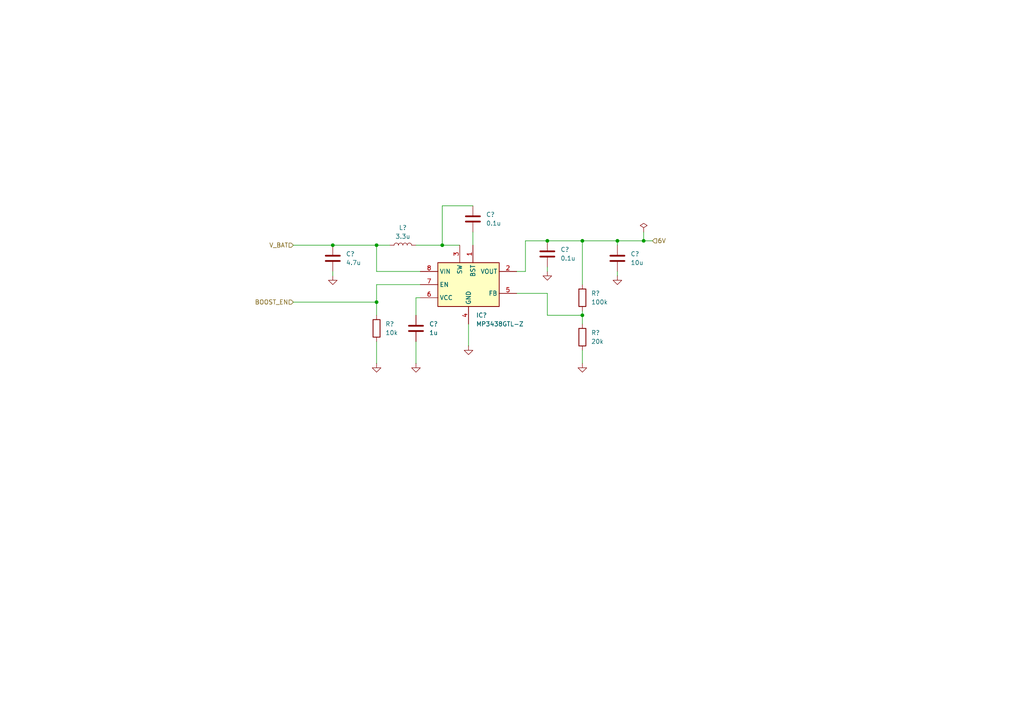
<source format=kicad_sch>
(kicad_sch
	(version 20250114)
	(generator "eeschema")
	(generator_version "9.0")
	(uuid "2f6b8057-7deb-4d9e-b914-ae511df7a362")
	(paper "A4")
	(lib_symbols
		(symbol "Device:C"
			(pin_numbers
				(hide yes)
			)
			(pin_names
				(offset 0.254)
			)
			(exclude_from_sim no)
			(in_bom yes)
			(on_board yes)
			(property "Reference" "C"
				(at 0.635 2.54 0)
				(effects
					(font
						(size 1.27 1.27)
					)
					(justify left)
				)
			)
			(property "Value" "C"
				(at 0.635 -2.54 0)
				(effects
					(font
						(size 1.27 1.27)
					)
					(justify left)
				)
			)
			(property "Footprint" ""
				(at 0.9652 -3.81 0)
				(effects
					(font
						(size 1.27 1.27)
					)
					(hide yes)
				)
			)
			(property "Datasheet" "~"
				(at 0 0 0)
				(effects
					(font
						(size 1.27 1.27)
					)
					(hide yes)
				)
			)
			(property "Description" "Unpolarized capacitor"
				(at 0 0 0)
				(effects
					(font
						(size 1.27 1.27)
					)
					(hide yes)
				)
			)
			(property "ki_keywords" "cap capacitor"
				(at 0 0 0)
				(effects
					(font
						(size 1.27 1.27)
					)
					(hide yes)
				)
			)
			(property "ki_fp_filters" "C_*"
				(at 0 0 0)
				(effects
					(font
						(size 1.27 1.27)
					)
					(hide yes)
				)
			)
			(symbol "C_0_1"
				(polyline
					(pts
						(xy -2.032 0.762) (xy 2.032 0.762)
					)
					(stroke
						(width 0.508)
						(type default)
					)
					(fill
						(type none)
					)
				)
				(polyline
					(pts
						(xy -2.032 -0.762) (xy 2.032 -0.762)
					)
					(stroke
						(width 0.508)
						(type default)
					)
					(fill
						(type none)
					)
				)
			)
			(symbol "C_1_1"
				(pin passive line
					(at 0 3.81 270)
					(length 2.794)
					(name "~"
						(effects
							(font
								(size 1.27 1.27)
							)
						)
					)
					(number "1"
						(effects
							(font
								(size 1.27 1.27)
							)
						)
					)
				)
				(pin passive line
					(at 0 -3.81 90)
					(length 2.794)
					(name "~"
						(effects
							(font
								(size 1.27 1.27)
							)
						)
					)
					(number "2"
						(effects
							(font
								(size 1.27 1.27)
							)
						)
					)
				)
			)
			(embedded_fonts no)
		)
		(symbol "Device:L"
			(pin_numbers
				(hide yes)
			)
			(pin_names
				(offset 1.016)
				(hide yes)
			)
			(exclude_from_sim no)
			(in_bom yes)
			(on_board yes)
			(property "Reference" "L"
				(at -1.27 0 90)
				(effects
					(font
						(size 1.27 1.27)
					)
				)
			)
			(property "Value" "L"
				(at 1.905 0 90)
				(effects
					(font
						(size 1.27 1.27)
					)
				)
			)
			(property "Footprint" ""
				(at 0 0 0)
				(effects
					(font
						(size 1.27 1.27)
					)
					(hide yes)
				)
			)
			(property "Datasheet" "~"
				(at 0 0 0)
				(effects
					(font
						(size 1.27 1.27)
					)
					(hide yes)
				)
			)
			(property "Description" "Inductor"
				(at 0 0 0)
				(effects
					(font
						(size 1.27 1.27)
					)
					(hide yes)
				)
			)
			(property "ki_keywords" "inductor choke coil reactor magnetic"
				(at 0 0 0)
				(effects
					(font
						(size 1.27 1.27)
					)
					(hide yes)
				)
			)
			(property "ki_fp_filters" "Choke_* *Coil* Inductor_* L_*"
				(at 0 0 0)
				(effects
					(font
						(size 1.27 1.27)
					)
					(hide yes)
				)
			)
			(symbol "L_0_1"
				(arc
					(start 0 2.54)
					(mid 0.6323 1.905)
					(end 0 1.27)
					(stroke
						(width 0)
						(type default)
					)
					(fill
						(type none)
					)
				)
				(arc
					(start 0 1.27)
					(mid 0.6323 0.635)
					(end 0 0)
					(stroke
						(width 0)
						(type default)
					)
					(fill
						(type none)
					)
				)
				(arc
					(start 0 0)
					(mid 0.6323 -0.635)
					(end 0 -1.27)
					(stroke
						(width 0)
						(type default)
					)
					(fill
						(type none)
					)
				)
				(arc
					(start 0 -1.27)
					(mid 0.6323 -1.905)
					(end 0 -2.54)
					(stroke
						(width 0)
						(type default)
					)
					(fill
						(type none)
					)
				)
			)
			(symbol "L_1_1"
				(pin passive line
					(at 0 3.81 270)
					(length 1.27)
					(name "1"
						(effects
							(font
								(size 1.27 1.27)
							)
						)
					)
					(number "1"
						(effects
							(font
								(size 1.27 1.27)
							)
						)
					)
				)
				(pin passive line
					(at 0 -3.81 90)
					(length 1.27)
					(name "2"
						(effects
							(font
								(size 1.27 1.27)
							)
						)
					)
					(number "2"
						(effects
							(font
								(size 1.27 1.27)
							)
						)
					)
				)
			)
			(embedded_fonts no)
		)
		(symbol "Device:R"
			(pin_numbers
				(hide yes)
			)
			(pin_names
				(offset 0)
			)
			(exclude_from_sim no)
			(in_bom yes)
			(on_board yes)
			(property "Reference" "R"
				(at 2.032 0 90)
				(effects
					(font
						(size 1.27 1.27)
					)
				)
			)
			(property "Value" "R"
				(at 0 0 90)
				(effects
					(font
						(size 1.27 1.27)
					)
				)
			)
			(property "Footprint" ""
				(at -1.778 0 90)
				(effects
					(font
						(size 1.27 1.27)
					)
					(hide yes)
				)
			)
			(property "Datasheet" "~"
				(at 0 0 0)
				(effects
					(font
						(size 1.27 1.27)
					)
					(hide yes)
				)
			)
			(property "Description" "Resistor"
				(at 0 0 0)
				(effects
					(font
						(size 1.27 1.27)
					)
					(hide yes)
				)
			)
			(property "ki_keywords" "R res resistor"
				(at 0 0 0)
				(effects
					(font
						(size 1.27 1.27)
					)
					(hide yes)
				)
			)
			(property "ki_fp_filters" "R_*"
				(at 0 0 0)
				(effects
					(font
						(size 1.27 1.27)
					)
					(hide yes)
				)
			)
			(symbol "R_0_1"
				(rectangle
					(start -1.016 -2.54)
					(end 1.016 2.54)
					(stroke
						(width 0.254)
						(type default)
					)
					(fill
						(type none)
					)
				)
			)
			(symbol "R_1_1"
				(pin passive line
					(at 0 3.81 270)
					(length 1.27)
					(name "~"
						(effects
							(font
								(size 1.27 1.27)
							)
						)
					)
					(number "1"
						(effects
							(font
								(size 1.27 1.27)
							)
						)
					)
				)
				(pin passive line
					(at 0 -3.81 90)
					(length 1.27)
					(name "~"
						(effects
							(font
								(size 1.27 1.27)
							)
						)
					)
					(number "2"
						(effects
							(font
								(size 1.27 1.27)
							)
						)
					)
				)
			)
			(embedded_fonts no)
		)
		(symbol "Smart_helmet:MP3438GTL-Z"
			(exclude_from_sim no)
			(in_bom yes)
			(on_board yes)
			(property "Reference" "IC"
				(at 24.13 7.62 0)
				(effects
					(font
						(size 1.27 1.27)
					)
					(justify left top)
				)
			)
			(property "Value" "MP3438GTL-Z"
				(at 24.13 5.08 0)
				(effects
					(font
						(size 1.27 1.27)
					)
					(justify left top)
				)
			)
			(property "Footprint" "SOTFL50P160X60-8N"
				(at 24.13 -94.92 0)
				(effects
					(font
						(size 1.27 1.27)
					)
					(justify left top)
					(hide yes)
				)
			)
			(property "Datasheet" "https://www.monolithicpower.com/en/documentview/productdocument/index/version/2/document_type/Datasheet/lang/en/sku/MP3438GTL/"
				(at 24.13 -194.92 0)
				(effects
					(font
						(size 1.27 1.27)
					)
					(justify left top)
					(hide yes)
				)
			)
			(property "Description" "Switching Voltage Regulators 2A, 16V, High Efficiency Fully-Integrated Synchronous Boost Converter"
				(at 0 0 0)
				(effects
					(font
						(size 1.27 1.27)
					)
					(hide yes)
				)
			)
			(property "Height" "0.6"
				(at 24.13 -394.92 0)
				(effects
					(font
						(size 1.27 1.27)
					)
					(justify left top)
					(hide yes)
				)
			)
			(property "Mouser Part Number" "946-MP3438GTL-Z"
				(at 24.13 -494.92 0)
				(effects
					(font
						(size 1.27 1.27)
					)
					(justify left top)
					(hide yes)
				)
			)
			(property "Mouser Price/Stock" "https://www.mouser.co.uk/ProductDetail/Monolithic-Power-Systems-MPS/MP3438GTL-Z?qs=tlsG%2FOw5FFjfFO8TaWv5UA%3D%3D"
				(at 24.13 -594.92 0)
				(effects
					(font
						(size 1.27 1.27)
					)
					(justify left top)
					(hide yes)
				)
			)
			(property "Manufacturer_Name" "Monolithic Power Systems (MPS)"
				(at 24.13 -694.92 0)
				(effects
					(font
						(size 1.27 1.27)
					)
					(justify left top)
					(hide yes)
				)
			)
			(property "Manufacturer_Part_Number" "MP3438GTL-Z"
				(at 24.13 -794.92 0)
				(effects
					(font
						(size 1.27 1.27)
					)
					(justify left top)
					(hide yes)
				)
			)
			(symbol "MP3438GTL-Z_1_1"
				(rectangle
					(start 5.08 2.54)
					(end 22.86 -10.16)
					(stroke
						(width 0.254)
						(type default)
					)
					(fill
						(type background)
					)
				)
				(pin passive line
					(at 0 0 0)
					(length 5.08)
					(name "VIN"
						(effects
							(font
								(size 1.27 1.27)
							)
						)
					)
					(number "8"
						(effects
							(font
								(size 1.27 1.27)
							)
						)
					)
				)
				(pin passive line
					(at 0 -3.81 0)
					(length 5.08)
					(name "EN"
						(effects
							(font
								(size 1.27 1.27)
							)
						)
					)
					(number "7"
						(effects
							(font
								(size 1.27 1.27)
							)
						)
					)
				)
				(pin passive line
					(at 0 -7.62 0)
					(length 5.08)
					(name "VCC"
						(effects
							(font
								(size 1.27 1.27)
							)
						)
					)
					(number "6"
						(effects
							(font
								(size 1.27 1.27)
							)
						)
					)
				)
				(pin passive line
					(at 11.43 7.62 270)
					(length 5.08)
					(name "SW"
						(effects
							(font
								(size 1.27 1.27)
							)
						)
					)
					(number "3"
						(effects
							(font
								(size 1.27 1.27)
							)
						)
					)
				)
				(pin passive line
					(at 13.97 -15.24 90)
					(length 5.08)
					(name "GND"
						(effects
							(font
								(size 1.27 1.27)
							)
						)
					)
					(number "4"
						(effects
							(font
								(size 1.27 1.27)
							)
						)
					)
				)
				(pin passive line
					(at 15.24 7.62 270)
					(length 5.08)
					(name "BST"
						(effects
							(font
								(size 1.27 1.27)
							)
						)
					)
					(number "1"
						(effects
							(font
								(size 1.27 1.27)
							)
						)
					)
				)
				(pin passive line
					(at 27.94 0 180)
					(length 5.08)
					(name "VOUT"
						(effects
							(font
								(size 1.27 1.27)
							)
						)
					)
					(number "2"
						(effects
							(font
								(size 1.27 1.27)
							)
						)
					)
				)
				(pin passive line
					(at 27.94 -6.35 180)
					(length 5.08)
					(name "FB"
						(effects
							(font
								(size 1.27 1.27)
							)
						)
					)
					(number "5"
						(effects
							(font
								(size 1.27 1.27)
							)
						)
					)
				)
			)
			(embedded_fonts no)
		)
		(symbol "power:GND"
			(power)
			(pin_numbers
				(hide yes)
			)
			(pin_names
				(offset 0)
				(hide yes)
			)
			(exclude_from_sim no)
			(in_bom yes)
			(on_board yes)
			(property "Reference" "#PWR"
				(at 0 -6.35 0)
				(effects
					(font
						(size 1.27 1.27)
					)
					(hide yes)
				)
			)
			(property "Value" "GND"
				(at 0 -3.81 0)
				(effects
					(font
						(size 1.27 1.27)
					)
				)
			)
			(property "Footprint" ""
				(at 0 0 0)
				(effects
					(font
						(size 1.27 1.27)
					)
					(hide yes)
				)
			)
			(property "Datasheet" ""
				(at 0 0 0)
				(effects
					(font
						(size 1.27 1.27)
					)
					(hide yes)
				)
			)
			(property "Description" "Power symbol creates a global label with name \"GND\" , ground"
				(at 0 0 0)
				(effects
					(font
						(size 1.27 1.27)
					)
					(hide yes)
				)
			)
			(property "ki_keywords" "global power"
				(at 0 0 0)
				(effects
					(font
						(size 1.27 1.27)
					)
					(hide yes)
				)
			)
			(symbol "GND_0_1"
				(polyline
					(pts
						(xy 0 0) (xy 0 -1.27) (xy 1.27 -1.27) (xy 0 -2.54) (xy -1.27 -1.27) (xy 0 -1.27)
					)
					(stroke
						(width 0)
						(type default)
					)
					(fill
						(type none)
					)
				)
			)
			(symbol "GND_1_1"
				(pin power_in line
					(at 0 0 270)
					(length 0)
					(name "~"
						(effects
							(font
								(size 1.27 1.27)
							)
						)
					)
					(number "1"
						(effects
							(font
								(size 1.27 1.27)
							)
						)
					)
				)
			)
			(embedded_fonts no)
		)
		(symbol "power:PWR_FLAG"
			(power)
			(pin_numbers
				(hide yes)
			)
			(pin_names
				(offset 0)
				(hide yes)
			)
			(exclude_from_sim no)
			(in_bom yes)
			(on_board yes)
			(property "Reference" "#FLG"
				(at 0 1.905 0)
				(effects
					(font
						(size 1.27 1.27)
					)
					(hide yes)
				)
			)
			(property "Value" "PWR_FLAG"
				(at 0 3.81 0)
				(effects
					(font
						(size 1.27 1.27)
					)
				)
			)
			(property "Footprint" ""
				(at 0 0 0)
				(effects
					(font
						(size 1.27 1.27)
					)
					(hide yes)
				)
			)
			(property "Datasheet" "~"
				(at 0 0 0)
				(effects
					(font
						(size 1.27 1.27)
					)
					(hide yes)
				)
			)
			(property "Description" "Special symbol for telling ERC where power comes from"
				(at 0 0 0)
				(effects
					(font
						(size 1.27 1.27)
					)
					(hide yes)
				)
			)
			(property "ki_keywords" "flag power"
				(at 0 0 0)
				(effects
					(font
						(size 1.27 1.27)
					)
					(hide yes)
				)
			)
			(symbol "PWR_FLAG_0_0"
				(pin power_out line
					(at 0 0 90)
					(length 0)
					(name "~"
						(effects
							(font
								(size 1.27 1.27)
							)
						)
					)
					(number "1"
						(effects
							(font
								(size 1.27 1.27)
							)
						)
					)
				)
			)
			(symbol "PWR_FLAG_0_1"
				(polyline
					(pts
						(xy 0 0) (xy 0 1.27) (xy -1.016 1.905) (xy 0 2.54) (xy 1.016 1.905) (xy 0 1.27)
					)
					(stroke
						(width 0)
						(type default)
					)
					(fill
						(type none)
					)
				)
			)
			(embedded_fonts no)
		)
	)
	(junction
		(at 168.91 69.85)
		(diameter 0)
		(color 0 0 0 0)
		(uuid "00e2fa6c-5721-4160-ac9a-1a86a8accc06")
	)
	(junction
		(at 186.69 69.85)
		(diameter 0)
		(color 0 0 0 0)
		(uuid "06aa83d9-e932-48f6-aa11-dc54b53cecf0")
	)
	(junction
		(at 96.52 71.12)
		(diameter 0)
		(color 0 0 0 0)
		(uuid "0cd6689e-9698-4717-9658-c70dd7481177")
	)
	(junction
		(at 128.27 71.12)
		(diameter 0)
		(color 0 0 0 0)
		(uuid "2bf14848-e476-4fad-9096-9de07c903f6f")
	)
	(junction
		(at 109.22 71.12)
		(diameter 0)
		(color 0 0 0 0)
		(uuid "51aa1618-db51-4bce-b100-928ac83255c2")
	)
	(junction
		(at 109.22 87.63)
		(diameter 0)
		(color 0 0 0 0)
		(uuid "578bd04d-9332-4c3c-9fcf-2f4bba1ea397")
	)
	(junction
		(at 158.75 69.85)
		(diameter 0)
		(color 0 0 0 0)
		(uuid "89de514a-89d0-44b2-91d6-14636f36b718")
	)
	(junction
		(at 168.91 91.44)
		(diameter 0)
		(color 0 0 0 0)
		(uuid "b96aedfa-0002-4d69-8648-e88ec6410c18")
	)
	(junction
		(at 179.07 69.85)
		(diameter 0)
		(color 0 0 0 0)
		(uuid "fba4a934-4db7-4e86-bb7c-ff973c5c301c")
	)
	(wire
		(pts
			(xy 168.91 101.6) (xy 168.91 105.41)
		)
		(stroke
			(width 0)
			(type default)
		)
		(uuid "04950976-d39f-459b-8d64-a927fde940c6")
	)
	(wire
		(pts
			(xy 128.27 71.12) (xy 128.27 59.69)
		)
		(stroke
			(width 0)
			(type default)
		)
		(uuid "0b915036-c77c-4337-a879-95c37784ac73")
	)
	(wire
		(pts
			(xy 158.75 85.09) (xy 158.75 91.44)
		)
		(stroke
			(width 0)
			(type default)
		)
		(uuid "1214118e-9d2b-402d-b8e4-db45ef6e1522")
	)
	(wire
		(pts
			(xy 168.91 91.44) (xy 168.91 93.98)
		)
		(stroke
			(width 0)
			(type default)
		)
		(uuid "126f3f05-5fd4-4b8c-867b-6510e7eed6f9")
	)
	(wire
		(pts
			(xy 96.52 71.12) (xy 109.22 71.12)
		)
		(stroke
			(width 0)
			(type default)
		)
		(uuid "17092143-4fcd-45b2-861e-ed8940b3520f")
	)
	(wire
		(pts
			(xy 149.86 85.09) (xy 158.75 85.09)
		)
		(stroke
			(width 0)
			(type default)
		)
		(uuid "176fa90a-710c-40a5-81a5-2d057713cc76")
	)
	(wire
		(pts
			(xy 179.07 69.85) (xy 186.69 69.85)
		)
		(stroke
			(width 0)
			(type default)
		)
		(uuid "1be75931-ba3e-457b-ae45-e78e22a16e6a")
	)
	(wire
		(pts
			(xy 96.52 78.74) (xy 96.52 80.01)
		)
		(stroke
			(width 0)
			(type default)
		)
		(uuid "1f5d12c2-5f64-493d-9694-8b95170b4fc9")
	)
	(wire
		(pts
			(xy 109.22 99.06) (xy 109.22 105.41)
		)
		(stroke
			(width 0)
			(type default)
		)
		(uuid "201b6fb0-58dc-42f7-b528-316401edb6a7")
	)
	(wire
		(pts
			(xy 137.16 67.31) (xy 137.16 71.12)
		)
		(stroke
			(width 0)
			(type default)
		)
		(uuid "22d62aaa-56fa-4b24-b7d2-8d498494247f")
	)
	(wire
		(pts
			(xy 120.65 91.44) (xy 120.65 86.36)
		)
		(stroke
			(width 0)
			(type default)
		)
		(uuid "24335dd3-360c-4cd3-9e8e-95ac159c4e2f")
	)
	(wire
		(pts
			(xy 168.91 90.17) (xy 168.91 91.44)
		)
		(stroke
			(width 0)
			(type default)
		)
		(uuid "3149188c-0b9e-4df7-ab05-6b9df734310c")
	)
	(wire
		(pts
			(xy 186.69 67.31) (xy 186.69 69.85)
		)
		(stroke
			(width 0)
			(type default)
		)
		(uuid "3219d4a7-85ee-4b4d-966b-1307087990fe")
	)
	(wire
		(pts
			(xy 158.75 91.44) (xy 168.91 91.44)
		)
		(stroke
			(width 0)
			(type default)
		)
		(uuid "3387714e-7af9-4909-9d41-12eb8a0e468c")
	)
	(wire
		(pts
			(xy 109.22 87.63) (xy 109.22 91.44)
		)
		(stroke
			(width 0)
			(type default)
		)
		(uuid "38e15f44-4ee7-4abb-988c-74dc88c19f57")
	)
	(wire
		(pts
			(xy 168.91 69.85) (xy 158.75 69.85)
		)
		(stroke
			(width 0)
			(type default)
		)
		(uuid "3bea8439-69d2-4ab5-901f-54b152319e63")
	)
	(wire
		(pts
			(xy 179.07 71.12) (xy 179.07 69.85)
		)
		(stroke
			(width 0)
			(type default)
		)
		(uuid "404c6a69-84e4-459c-980d-36babb58c5d4")
	)
	(wire
		(pts
			(xy 152.4 78.74) (xy 152.4 69.85)
		)
		(stroke
			(width 0)
			(type default)
		)
		(uuid "48ebf9a9-a0f9-4ef0-b75f-050258e794da")
	)
	(wire
		(pts
			(xy 120.65 71.12) (xy 128.27 71.12)
		)
		(stroke
			(width 0)
			(type default)
		)
		(uuid "576a195e-395b-4f5d-8321-ec2b01863cba")
	)
	(wire
		(pts
			(xy 149.86 78.74) (xy 152.4 78.74)
		)
		(stroke
			(width 0)
			(type default)
		)
		(uuid "6557e675-a99b-4130-ad7d-bd5b5da423ab")
	)
	(wire
		(pts
			(xy 179.07 69.85) (xy 168.91 69.85)
		)
		(stroke
			(width 0)
			(type default)
		)
		(uuid "68e4a95c-a5a3-471f-a446-3f43d62bef97")
	)
	(wire
		(pts
			(xy 85.09 71.12) (xy 96.52 71.12)
		)
		(stroke
			(width 0)
			(type default)
		)
		(uuid "6c22b3ea-db07-4122-b611-68e3fdfaea8c")
	)
	(wire
		(pts
			(xy 109.22 71.12) (xy 113.03 71.12)
		)
		(stroke
			(width 0)
			(type default)
		)
		(uuid "6d9c5a97-cad1-4505-8b3d-2414aba894a7")
	)
	(wire
		(pts
			(xy 120.65 86.36) (xy 121.92 86.36)
		)
		(stroke
			(width 0)
			(type default)
		)
		(uuid "74b3136d-b9c8-4412-a21c-2313699e8964")
	)
	(wire
		(pts
			(xy 120.65 99.06) (xy 120.65 105.41)
		)
		(stroke
			(width 0)
			(type default)
		)
		(uuid "86c79d36-5d70-4bc4-b7e0-4d368f0fd325")
	)
	(wire
		(pts
			(xy 152.4 69.85) (xy 158.75 69.85)
		)
		(stroke
			(width 0)
			(type default)
		)
		(uuid "922a6431-7ca0-440d-8bc0-301ba0f5a6b9")
	)
	(wire
		(pts
			(xy 109.22 78.74) (xy 109.22 71.12)
		)
		(stroke
			(width 0)
			(type default)
		)
		(uuid "935d24e7-bba0-4074-adaa-f5d47f89b877")
	)
	(wire
		(pts
			(xy 135.89 93.98) (xy 135.89 100.33)
		)
		(stroke
			(width 0)
			(type default)
		)
		(uuid "948e254a-cdbf-4fd1-bc6d-c980d6af12e5")
	)
	(wire
		(pts
			(xy 128.27 59.69) (xy 137.16 59.69)
		)
		(stroke
			(width 0)
			(type default)
		)
		(uuid "96830ddb-c16c-4245-8bb4-0668370c77ca")
	)
	(wire
		(pts
			(xy 168.91 82.55) (xy 168.91 69.85)
		)
		(stroke
			(width 0)
			(type default)
		)
		(uuid "aaae5156-7891-4c8f-a5a2-d8c8884d18b9")
	)
	(wire
		(pts
			(xy 158.75 77.47) (xy 158.75 78.74)
		)
		(stroke
			(width 0)
			(type default)
		)
		(uuid "b95b18d5-ebf6-4298-a675-2b1029e5698b")
	)
	(wire
		(pts
			(xy 128.27 71.12) (xy 133.35 71.12)
		)
		(stroke
			(width 0)
			(type default)
		)
		(uuid "ce416fe4-9df7-400a-8566-8d114d9edb49")
	)
	(wire
		(pts
			(xy 85.09 87.63) (xy 109.22 87.63)
		)
		(stroke
			(width 0)
			(type default)
		)
		(uuid "d1fd45d5-8b77-4131-9abc-d21c07015519")
	)
	(wire
		(pts
			(xy 179.07 78.74) (xy 179.07 80.01)
		)
		(stroke
			(width 0)
			(type default)
		)
		(uuid "d91af0c9-17fe-403b-9784-cd003e6e5832")
	)
	(wire
		(pts
			(xy 109.22 82.55) (xy 121.92 82.55)
		)
		(stroke
			(width 0)
			(type default)
		)
		(uuid "e31a2ec1-0408-4998-a750-cc7a20e49d21")
	)
	(wire
		(pts
			(xy 186.69 69.85) (xy 189.23 69.85)
		)
		(stroke
			(width 0)
			(type default)
		)
		(uuid "e3a0dbef-31ed-46bd-a1f8-b91aa7fb6ab6")
	)
	(wire
		(pts
			(xy 121.92 78.74) (xy 109.22 78.74)
		)
		(stroke
			(width 0)
			(type default)
		)
		(uuid "efe017bf-239d-4799-8607-ddd1a09d9b93")
	)
	(wire
		(pts
			(xy 109.22 82.55) (xy 109.22 87.63)
		)
		(stroke
			(width 0)
			(type default)
		)
		(uuid "fc3a48d9-d379-41ed-b518-8a06f82d96cf")
	)
	(hierarchical_label "BOOST_EN"
		(shape input)
		(at 85.09 87.63 180)
		(effects
			(font
				(size 1.27 1.27)
			)
			(justify right)
		)
		(uuid "4de9d34b-568b-4091-b850-dbd2e1531e67")
	)
	(hierarchical_label "V_BAT"
		(shape input)
		(at 85.09 71.12 180)
		(effects
			(font
				(size 1.27 1.27)
			)
			(justify right)
		)
		(uuid "55160bad-ab82-4805-8b16-0086af99a3bf")
	)
	(hierarchical_label "6V"
		(shape input)
		(at 189.23 69.85 0)
		(effects
			(font
				(size 1.27 1.27)
			)
			(justify left)
		)
		(uuid "9a07645b-da21-4868-8e36-2bad7255dbde")
	)
	(symbol
		(lib_id "Device:C")
		(at 179.07 74.93 0)
		(unit 1)
		(exclude_from_sim no)
		(in_bom yes)
		(on_board yes)
		(dnp no)
		(fields_autoplaced yes)
		(uuid "204e463a-b0a6-4001-8312-0087b783d13a")
		(property "Reference" "C5"
			(at 182.88 73.6599 0)
			(effects
				(font
					(size 1.27 1.27)
				)
				(justify left)
			)
		)
		(property "Value" "10u"
			(at 182.88 76.1999 0)
			(effects
				(font
					(size 1.27 1.27)
				)
				(justify left)
			)
		)
		(property "Footprint" ""
			(at 180.0352 78.74 0)
			(effects
				(font
					(size 1.27 1.27)
				)
				(hide yes)
			)
		)
		(property "Datasheet" "~"
			(at 179.07 74.93 0)
			(effects
				(font
					(size 1.27 1.27)
				)
				(hide yes)
			)
		)
		(property "Description" "Unpolarized capacitor"
			(at 179.07 74.93 0)
			(effects
				(font
					(size 1.27 1.27)
				)
				(hide yes)
			)
		)
		(pin "2"
			(uuid "d0ee755f-cfec-4a5c-b9d3-eb68b4389b1b")
		)
		(pin "1"
			(uuid "ed1ef3ba-d693-4208-b639-a897c17204d2")
		)
		(instances
			(project "boost_converter"
				(path "/2f6b8057-7deb-4d9e-b914-ae511df7a362"
					(reference "C?")
					(unit 1)
				)
			)
			(project "boost_converter"
				(path "/7f96c659-7623-4641-9656-bc143c7b2776/6d3f81f4-3a09-4eb5-ad57-38042db1ef2e"
					(reference "C5")
					(unit 1)
				)
			)
			(project "Smart_helmet_BUIFER"
				(path "/e950c836-2ece-4891-a061-955f7c5826a5/c69b920d-55a8-4126-90b0-774c5d1436dc"
					(reference "C8")
					(unit 1)
				)
			)
		)
	)
	(symbol
		(lib_id "Device:C")
		(at 96.52 74.93 0)
		(unit 1)
		(exclude_from_sim no)
		(in_bom yes)
		(on_board yes)
		(dnp no)
		(fields_autoplaced yes)
		(uuid "261390e5-4d44-44dd-9b87-f3d575ea1395")
		(property "Reference" "C1"
			(at 100.33 73.6599 0)
			(effects
				(font
					(size 1.27 1.27)
				)
				(justify left)
			)
		)
		(property "Value" "4.7u"
			(at 100.33 76.1999 0)
			(effects
				(font
					(size 1.27 1.27)
				)
				(justify left)
			)
		)
		(property "Footprint" ""
			(at 97.4852 78.74 0)
			(effects
				(font
					(size 1.27 1.27)
				)
				(hide yes)
			)
		)
		(property "Datasheet" "~"
			(at 96.52 74.93 0)
			(effects
				(font
					(size 1.27 1.27)
				)
				(hide yes)
			)
		)
		(property "Description" "Unpolarized capacitor"
			(at 96.52 74.93 0)
			(effects
				(font
					(size 1.27 1.27)
				)
				(hide yes)
			)
		)
		(pin "2"
			(uuid "f68b22e3-73d7-4411-9b79-b6d82772aaca")
		)
		(pin "1"
			(uuid "4141d45a-f0e8-4e1e-8d0c-a356b689e468")
		)
		(instances
			(project "boost_converter"
				(path "/2f6b8057-7deb-4d9e-b914-ae511df7a362"
					(reference "C?")
					(unit 1)
				)
			)
			(project "boost_converter"
				(path "/7f96c659-7623-4641-9656-bc143c7b2776/6d3f81f4-3a09-4eb5-ad57-38042db1ef2e"
					(reference "C1")
					(unit 1)
				)
			)
			(project ""
				(path "/e950c836-2ece-4891-a061-955f7c5826a5/c69b920d-55a8-4126-90b0-774c5d1436dc"
					(reference "C1")
					(unit 1)
				)
			)
		)
	)
	(symbol
		(lib_id "Device:L")
		(at 116.84 71.12 90)
		(unit 1)
		(exclude_from_sim no)
		(in_bom yes)
		(on_board yes)
		(dnp no)
		(fields_autoplaced yes)
		(uuid "264351f2-722a-4cde-b576-53db4ee760d0")
		(property "Reference" "L1"
			(at 116.84 66.04 90)
			(effects
				(font
					(size 1.27 1.27)
				)
			)
		)
		(property "Value" "3.3u"
			(at 116.84 68.58 90)
			(effects
				(font
					(size 1.27 1.27)
				)
			)
		)
		(property "Footprint" ""
			(at 116.84 71.12 0)
			(effects
				(font
					(size 1.27 1.27)
				)
				(hide yes)
			)
		)
		(property "Datasheet" "~"
			(at 116.84 71.12 0)
			(effects
				(font
					(size 1.27 1.27)
				)
				(hide yes)
			)
		)
		(property "Description" "Inductor"
			(at 116.84 71.12 0)
			(effects
				(font
					(size 1.27 1.27)
				)
				(hide yes)
			)
		)
		(pin "2"
			(uuid "c8619080-87ed-4ea1-80b3-6aea3659601e")
		)
		(pin "1"
			(uuid "730cbead-b2e4-43d0-8bee-c69a230d91f4")
		)
		(instances
			(project "boost_converter"
				(path "/2f6b8057-7deb-4d9e-b914-ae511df7a362"
					(reference "L?")
					(unit 1)
				)
			)
			(project "boost_converter"
				(path "/7f96c659-7623-4641-9656-bc143c7b2776/6d3f81f4-3a09-4eb5-ad57-38042db1ef2e"
					(reference "L1")
					(unit 1)
				)
			)
			(project ""
				(path "/e950c836-2ece-4891-a061-955f7c5826a5/c69b920d-55a8-4126-90b0-774c5d1436dc"
					(reference "L1")
					(unit 1)
				)
			)
		)
	)
	(symbol
		(lib_id "Device:C")
		(at 158.75 73.66 0)
		(unit 1)
		(exclude_from_sim no)
		(in_bom yes)
		(on_board yes)
		(dnp no)
		(fields_autoplaced yes)
		(uuid "3e7e7215-f1b3-4678-8db0-554c493b13cd")
		(property "Reference" "C4"
			(at 162.56 72.3899 0)
			(effects
				(font
					(size 1.27 1.27)
				)
				(justify left)
			)
		)
		(property "Value" "0.1u"
			(at 162.56 74.9299 0)
			(effects
				(font
					(size 1.27 1.27)
				)
				(justify left)
			)
		)
		(property "Footprint" ""
			(at 159.7152 77.47 0)
			(effects
				(font
					(size 1.27 1.27)
				)
				(hide yes)
			)
		)
		(property "Datasheet" "~"
			(at 158.75 73.66 0)
			(effects
				(font
					(size 1.27 1.27)
				)
				(hide yes)
			)
		)
		(property "Description" "Unpolarized capacitor"
			(at 158.75 73.66 0)
			(effects
				(font
					(size 1.27 1.27)
				)
				(hide yes)
			)
		)
		(pin "2"
			(uuid "a085dd4b-f9c0-4e70-b87e-c60c4046907c")
		)
		(pin "1"
			(uuid "f679a366-753b-4ef4-af20-98466a2f2b7a")
		)
		(instances
			(project "boost_converter"
				(path "/2f6b8057-7deb-4d9e-b914-ae511df7a362"
					(reference "C?")
					(unit 1)
				)
			)
			(project "boost_converter"
				(path "/7f96c659-7623-4641-9656-bc143c7b2776/6d3f81f4-3a09-4eb5-ad57-38042db1ef2e"
					(reference "C4")
					(unit 1)
				)
			)
			(project ""
				(path "/e950c836-2ece-4891-a061-955f7c5826a5/c69b920d-55a8-4126-90b0-774c5d1436dc"
					(reference "C7")
					(unit 1)
				)
			)
		)
	)
	(symbol
		(lib_id "Smart_helmet:MP3438GTL-Z")
		(at 121.92 78.74 0)
		(unit 1)
		(exclude_from_sim no)
		(in_bom yes)
		(on_board yes)
		(dnp no)
		(fields_autoplaced yes)
		(uuid "46c0b8bd-508d-4138-98ff-e9dc79d69fb2")
		(property "Reference" "IC1"
			(at 138.0841 91.44 0)
			(effects
				(font
					(size 1.27 1.27)
				)
				(justify left)
			)
		)
		(property "Value" "MP3438GTL-Z"
			(at 138.0841 93.98 0)
			(effects
				(font
					(size 1.27 1.27)
				)
				(justify left)
			)
		)
		(property "Footprint" "pcb_front_footprints:Boost_converter"
			(at 146.05 173.66 0)
			(effects
				(font
					(size 1.27 1.27)
				)
				(justify left top)
				(hide yes)
			)
		)
		(property "Datasheet" "https://www.monolithicpower.com/en/documentview/productdocument/index/version/2/document_type/Datasheet/lang/en/sku/MP3438GTL/"
			(at 146.05 273.66 0)
			(effects
				(font
					(size 1.27 1.27)
				)
				(justify left top)
				(hide yes)
			)
		)
		(property "Description" "Switching Voltage Regulators 2A, 16V, High Efficiency Fully-Integrated Synchronous Boost Converter"
			(at 121.92 78.74 0)
			(effects
				(font
					(size 1.27 1.27)
				)
				(hide yes)
			)
		)
		(property "Height" "0.6"
			(at 146.05 473.66 0)
			(effects
				(font
					(size 1.27 1.27)
				)
				(justify left top)
				(hide yes)
			)
		)
		(property "Mouser Part Number" "946-MP3438GTL-Z"
			(at 146.05 573.66 0)
			(effects
				(font
					(size 1.27 1.27)
				)
				(justify left top)
				(hide yes)
			)
		)
		(property "Mouser Price/Stock" "https://www.mouser.co.uk/ProductDetail/Monolithic-Power-Systems-MPS/MP3438GTL-Z?qs=tlsG%2FOw5FFjfFO8TaWv5UA%3D%3D"
			(at 146.05 673.66 0)
			(effects
				(font
					(size 1.27 1.27)
				)
				(justify left top)
				(hide yes)
			)
		)
		(property "Manufacturer_Name" "Monolithic Power Systems (MPS)"
			(at 146.05 773.66 0)
			(effects
				(font
					(size 1.27 1.27)
				)
				(justify left top)
				(hide yes)
			)
		)
		(property "Manufacturer_Part_Number" "MP3438GTL-Z"
			(at 146.05 873.66 0)
			(effects
				(font
					(size 1.27 1.27)
				)
				(justify left top)
				(hide yes)
			)
		)
		(pin "7"
			(uuid "7c06c64b-7b59-4eef-9085-2b95b5a4f92e")
		)
		(pin "6"
			(uuid "86d2c076-3dce-43e9-9edf-d267975165c3")
		)
		(pin "4"
			(uuid "bfd45c8c-6e02-4391-9574-3f64a04e48c1")
		)
		(pin "2"
			(uuid "9aa54dfe-3c6e-463c-bb0e-333f098c47ed")
		)
		(pin "5"
			(uuid "e478456c-6e0a-4e03-9a99-4a409450fdcd")
		)
		(pin "3"
			(uuid "c7e269a8-293b-4914-861c-aa5299fcf08f")
		)
		(pin "1"
			(uuid "48a29704-f708-43d1-92d6-5128bc859e77")
		)
		(pin "8"
			(uuid "606fc888-9ae9-4a9a-86c7-64ea72a6477b")
		)
		(instances
			(project "boost_converter"
				(path "/2f6b8057-7deb-4d9e-b914-ae511df7a362"
					(reference "IC?")
					(unit 1)
				)
			)
			(project "boost_converter"
				(path "/7f96c659-7623-4641-9656-bc143c7b2776/6d3f81f4-3a09-4eb5-ad57-38042db1ef2e"
					(reference "IC1")
					(unit 1)
				)
			)
			(project ""
				(path "/e950c836-2ece-4891-a061-955f7c5826a5/c69b920d-55a8-4126-90b0-774c5d1436dc"
					(reference "IC1")
					(unit 1)
				)
			)
		)
	)
	(symbol
		(lib_id "Device:R")
		(at 168.91 86.36 0)
		(unit 1)
		(exclude_from_sim no)
		(in_bom yes)
		(on_board yes)
		(dnp no)
		(fields_autoplaced yes)
		(uuid "5407a024-de65-488e-bf86-7e91bed7d7e2")
		(property "Reference" "R2"
			(at 171.45 85.0899 0)
			(effects
				(font
					(size 1.27 1.27)
				)
				(justify left)
			)
		)
		(property "Value" "100k"
			(at 171.45 87.6299 0)
			(effects
				(font
					(size 1.27 1.27)
				)
				(justify left)
			)
		)
		(property "Footprint" ""
			(at 167.132 86.36 90)
			(effects
				(font
					(size 1.27 1.27)
				)
				(hide yes)
			)
		)
		(property "Datasheet" "~"
			(at 168.91 86.36 0)
			(effects
				(font
					(size 1.27 1.27)
				)
				(hide yes)
			)
		)
		(property "Description" "Resistor"
			(at 168.91 86.36 0)
			(effects
				(font
					(size 1.27 1.27)
				)
				(hide yes)
			)
		)
		(pin "2"
			(uuid "3944f162-93f2-4126-b9ac-484fcffef483")
		)
		(pin "1"
			(uuid "100f4c31-42e0-4a07-bace-1d1fcc09cc0c")
		)
		(instances
			(project "boost_converter"
				(path "/2f6b8057-7deb-4d9e-b914-ae511df7a362"
					(reference "R?")
					(unit 1)
				)
			)
			(project "boost_converter"
				(path "/7f96c659-7623-4641-9656-bc143c7b2776/6d3f81f4-3a09-4eb5-ad57-38042db1ef2e"
					(reference "R2")
					(unit 1)
				)
			)
			(project ""
				(path "/e950c836-2ece-4891-a061-955f7c5826a5/c69b920d-55a8-4126-90b0-774c5d1436dc"
					(reference "R3")
					(unit 1)
				)
			)
		)
	)
	(symbol
		(lib_id "power:GND")
		(at 158.75 78.74 0)
		(unit 1)
		(exclude_from_sim no)
		(in_bom yes)
		(on_board yes)
		(dnp no)
		(fields_autoplaced yes)
		(uuid "5d2546db-81f2-4fd5-81c6-be3598069b24")
		(property "Reference" "#PWR0102"
			(at 158.75 85.09 0)
			(effects
				(font
					(size 1.27 1.27)
				)
				(hide yes)
			)
		)
		(property "Value" "GND"
			(at 158.75 83.82 0)
			(effects
				(font
					(size 1.27 1.27)
				)
				(hide yes)
			)
		)
		(property "Footprint" ""
			(at 158.75 78.74 0)
			(effects
				(font
					(size 1.27 1.27)
				)
				(hide yes)
			)
		)
		(property "Datasheet" ""
			(at 158.75 78.74 0)
			(effects
				(font
					(size 1.27 1.27)
				)
				(hide yes)
			)
		)
		(property "Description" "Power symbol creates a global label with name \"GND\" , ground"
			(at 158.75 78.74 0)
			(effects
				(font
					(size 1.27 1.27)
				)
				(hide yes)
			)
		)
		(pin "1"
			(uuid "c595b51b-3a26-45cf-b1cc-b39cc26c223c")
		)
		(instances
			(project "boost_converter"
				(path "/2f6b8057-7deb-4d9e-b914-ae511df7a362"
					(reference "#PWR?")
					(unit 1)
				)
			)
			(project "boost_converter"
				(path "/7f96c659-7623-4641-9656-bc143c7b2776/6d3f81f4-3a09-4eb5-ad57-38042db1ef2e"
					(reference "#PWR0102")
					(unit 1)
				)
			)
			(project "Smart_helmet_BUIFER"
				(path "/e950c836-2ece-4891-a061-955f7c5826a5/c69b920d-55a8-4126-90b0-774c5d1436dc"
					(reference "#PWR16")
					(unit 1)
				)
			)
		)
	)
	(symbol
		(lib_id "power:GND")
		(at 96.52 80.01 0)
		(unit 1)
		(exclude_from_sim no)
		(in_bom yes)
		(on_board yes)
		(dnp no)
		(fields_autoplaced yes)
		(uuid "5d7df4db-e8ee-4277-a441-51bea300a968")
		(property "Reference" "#PWR0106"
			(at 96.52 86.36 0)
			(effects
				(font
					(size 1.27 1.27)
				)
				(hide yes)
			)
		)
		(property "Value" "GND"
			(at 96.52 85.09 0)
			(effects
				(font
					(size 1.27 1.27)
				)
				(hide yes)
			)
		)
		(property "Footprint" ""
			(at 96.52 80.01 0)
			(effects
				(font
					(size 1.27 1.27)
				)
				(hide yes)
			)
		)
		(property "Datasheet" ""
			(at 96.52 80.01 0)
			(effects
				(font
					(size 1.27 1.27)
				)
				(hide yes)
			)
		)
		(property "Description" "Power symbol creates a global label with name \"GND\" , ground"
			(at 96.52 80.01 0)
			(effects
				(font
					(size 1.27 1.27)
				)
				(hide yes)
			)
		)
		(pin "1"
			(uuid "ab70a6aa-f3f0-4ec2-89f3-adae5025815b")
		)
		(instances
			(project "boost_converter"
				(path "/2f6b8057-7deb-4d9e-b914-ae511df7a362"
					(reference "#PWR?")
					(unit 1)
				)
			)
			(project "boost_converter"
				(path "/7f96c659-7623-4641-9656-bc143c7b2776/6d3f81f4-3a09-4eb5-ad57-38042db1ef2e"
					(reference "#PWR0106")
					(unit 1)
				)
			)
			(project "Smart_helmet_BUIFER"
				(path "/e950c836-2ece-4891-a061-955f7c5826a5/c69b920d-55a8-4126-90b0-774c5d1436dc"
					(reference "#PWR12")
					(unit 1)
				)
			)
		)
	)
	(symbol
		(lib_id "power:GND")
		(at 168.91 105.41 0)
		(unit 1)
		(exclude_from_sim no)
		(in_bom yes)
		(on_board yes)
		(dnp no)
		(fields_autoplaced yes)
		(uuid "7ceceefc-bed1-4758-951a-f2ddb59e5eb3")
		(property "Reference" "#PWR0103"
			(at 168.91 111.76 0)
			(effects
				(font
					(size 1.27 1.27)
				)
				(hide yes)
			)
		)
		(property "Value" "GND"
			(at 168.91 110.49 0)
			(effects
				(font
					(size 1.27 1.27)
				)
				(hide yes)
			)
		)
		(property "Footprint" ""
			(at 168.91 105.41 0)
			(effects
				(font
					(size 1.27 1.27)
				)
				(hide yes)
			)
		)
		(property "Datasheet" ""
			(at 168.91 105.41 0)
			(effects
				(font
					(size 1.27 1.27)
				)
				(hide yes)
			)
		)
		(property "Description" "Power symbol creates a global label with name \"GND\" , ground"
			(at 168.91 105.41 0)
			(effects
				(font
					(size 1.27 1.27)
				)
				(hide yes)
			)
		)
		(pin "1"
			(uuid "a0e8e409-fb2c-4843-924f-8e32651f76ab")
		)
		(instances
			(project "boost_converter"
				(path "/2f6b8057-7deb-4d9e-b914-ae511df7a362"
					(reference "#PWR?")
					(unit 1)
				)
			)
			(project "boost_converter"
				(path "/7f96c659-7623-4641-9656-bc143c7b2776/6d3f81f4-3a09-4eb5-ad57-38042db1ef2e"
					(reference "#PWR0103")
					(unit 1)
				)
			)
			(project "Smart_helmet_BUIFER"
				(path "/e950c836-2ece-4891-a061-955f7c5826a5/c69b920d-55a8-4126-90b0-774c5d1436dc"
					(reference "#PWR15")
					(unit 1)
				)
			)
		)
	)
	(symbol
		(lib_id "power:GND")
		(at 120.65 105.41 0)
		(unit 1)
		(exclude_from_sim no)
		(in_bom yes)
		(on_board yes)
		(dnp no)
		(fields_autoplaced yes)
		(uuid "815a6955-d7c1-4c1e-9984-8a1f003e9562")
		(property "Reference" "#PWR0104"
			(at 120.65 111.76 0)
			(effects
				(font
					(size 1.27 1.27)
				)
				(hide yes)
			)
		)
		(property "Value" "GND"
			(at 120.65 110.49 0)
			(effects
				(font
					(size 1.27 1.27)
				)
				(hide yes)
			)
		)
		(property "Footprint" ""
			(at 120.65 105.41 0)
			(effects
				(font
					(size 1.27 1.27)
				)
				(hide yes)
			)
		)
		(property "Datasheet" ""
			(at 120.65 105.41 0)
			(effects
				(font
					(size 1.27 1.27)
				)
				(hide yes)
			)
		)
		(property "Description" "Power symbol creates a global label with name \"GND\" , ground"
			(at 120.65 105.41 0)
			(effects
				(font
					(size 1.27 1.27)
				)
				(hide yes)
			)
		)
		(pin "1"
			(uuid "9912d98e-3fc6-465d-9c38-7b62f7083d32")
		)
		(instances
			(project "boost_converter"
				(path "/2f6b8057-7deb-4d9e-b914-ae511df7a362"
					(reference "#PWR?")
					(unit 1)
				)
			)
			(project "boost_converter"
				(path "/7f96c659-7623-4641-9656-bc143c7b2776/6d3f81f4-3a09-4eb5-ad57-38042db1ef2e"
					(reference "#PWR0104")
					(unit 1)
				)
			)
			(project "Smart_helmet_BUIFER"
				(path "/e950c836-2ece-4891-a061-955f7c5826a5/c69b920d-55a8-4126-90b0-774c5d1436dc"
					(reference "#PWR13")
					(unit 1)
				)
			)
		)
	)
	(symbol
		(lib_id "power:GND")
		(at 135.89 100.33 0)
		(unit 1)
		(exclude_from_sim no)
		(in_bom yes)
		(on_board yes)
		(dnp no)
		(fields_autoplaced yes)
		(uuid "882dd89c-3a06-4af9-8e52-cc447ae07c21")
		(property "Reference" "#PWR0107"
			(at 135.89 106.68 0)
			(effects
				(font
					(size 1.27 1.27)
				)
				(hide yes)
			)
		)
		(property "Value" "GND"
			(at 135.89 105.41 0)
			(effects
				(font
					(size 1.27 1.27)
				)
				(hide yes)
			)
		)
		(property "Footprint" ""
			(at 135.89 100.33 0)
			(effects
				(font
					(size 1.27 1.27)
				)
				(hide yes)
			)
		)
		(property "Datasheet" ""
			(at 135.89 100.33 0)
			(effects
				(font
					(size 1.27 1.27)
				)
				(hide yes)
			)
		)
		(property "Description" "Power symbol creates a global label with name \"GND\" , ground"
			(at 135.89 100.33 0)
			(effects
				(font
					(size 1.27 1.27)
				)
				(hide yes)
			)
		)
		(pin "1"
			(uuid "b1c203ea-13cc-4c22-8c57-c572d13df3d9")
		)
		(instances
			(project "boost_converter"
				(path "/2f6b8057-7deb-4d9e-b914-ae511df7a362"
					(reference "#PWR?")
					(unit 1)
				)
			)
			(project "boost_converter"
				(path "/7f96c659-7623-4641-9656-bc143c7b2776/6d3f81f4-3a09-4eb5-ad57-38042db1ef2e"
					(reference "#PWR0107")
					(unit 1)
				)
			)
			(project "Smart_helmet_BUIFER"
				(path "/e950c836-2ece-4891-a061-955f7c5826a5/c69b920d-55a8-4126-90b0-774c5d1436dc"
					(reference "#PWR14")
					(unit 1)
				)
			)
		)
	)
	(symbol
		(lib_id "power:GND")
		(at 179.07 80.01 0)
		(unit 1)
		(exclude_from_sim no)
		(in_bom yes)
		(on_board yes)
		(dnp no)
		(fields_autoplaced yes)
		(uuid "a4e47714-358c-44b9-bb40-a66735bba767")
		(property "Reference" "#PWR0101"
			(at 179.07 86.36 0)
			(effects
				(font
					(size 1.27 1.27)
				)
				(hide yes)
			)
		)
		(property "Value" "GND"
			(at 179.07 85.09 0)
			(effects
				(font
					(size 1.27 1.27)
				)
				(hide yes)
			)
		)
		(property "Footprint" ""
			(at 179.07 80.01 0)
			(effects
				(font
					(size 1.27 1.27)
				)
				(hide yes)
			)
		)
		(property "Datasheet" ""
			(at 179.07 80.01 0)
			(effects
				(font
					(size 1.27 1.27)
				)
				(hide yes)
			)
		)
		(property "Description" "Power symbol creates a global label with name \"GND\" , ground"
			(at 179.07 80.01 0)
			(effects
				(font
					(size 1.27 1.27)
				)
				(hide yes)
			)
		)
		(pin "1"
			(uuid "16bc481d-5404-4283-970a-97bb0d561af9")
		)
		(instances
			(project "boost_converter"
				(path "/2f6b8057-7deb-4d9e-b914-ae511df7a362"
					(reference "#PWR?")
					(unit 1)
				)
			)
			(project "boost_converter"
				(path "/7f96c659-7623-4641-9656-bc143c7b2776/6d3f81f4-3a09-4eb5-ad57-38042db1ef2e"
					(reference "#PWR0101")
					(unit 1)
				)
			)
			(project "Smart_helmet_BUIFER"
				(path "/e950c836-2ece-4891-a061-955f7c5826a5/c69b920d-55a8-4126-90b0-774c5d1436dc"
					(reference "#PWR17")
					(unit 1)
				)
			)
		)
	)
	(symbol
		(lib_id "Device:C")
		(at 137.16 63.5 0)
		(unit 1)
		(exclude_from_sim no)
		(in_bom yes)
		(on_board yes)
		(dnp no)
		(fields_autoplaced yes)
		(uuid "ae20556e-2ccb-4fc6-a510-4ab9b2427415")
		(property "Reference" "C3"
			(at 140.97 62.2299 0)
			(effects
				(font
					(size 1.27 1.27)
				)
				(justify left)
			)
		)
		(property "Value" "0.1u"
			(at 140.97 64.7699 0)
			(effects
				(font
					(size 1.27 1.27)
				)
				(justify left)
			)
		)
		(property "Footprint" ""
			(at 138.1252 67.31 0)
			(effects
				(font
					(size 1.27 1.27)
				)
				(hide yes)
			)
		)
		(property "Datasheet" "~"
			(at 137.16 63.5 0)
			(effects
				(font
					(size 1.27 1.27)
				)
				(hide yes)
			)
		)
		(property "Description" "Unpolarized capacitor"
			(at 137.16 63.5 0)
			(effects
				(font
					(size 1.27 1.27)
				)
				(hide yes)
			)
		)
		(pin "2"
			(uuid "72414448-94cf-4f5a-a315-8df0d7b84460")
		)
		(pin "1"
			(uuid "cb29e740-40d6-4bc5-b8d0-d5f025e434ce")
		)
		(instances
			(project "boost_converter"
				(path "/2f6b8057-7deb-4d9e-b914-ae511df7a362"
					(reference "C?")
					(unit 1)
				)
			)
			(project "boost_converter"
				(path "/7f96c659-7623-4641-9656-bc143c7b2776/6d3f81f4-3a09-4eb5-ad57-38042db1ef2e"
					(reference "C3")
					(unit 1)
				)
			)
			(project "Smart_helmet_BUIFER"
				(path "/e950c836-2ece-4891-a061-955f7c5826a5/c69b920d-55a8-4126-90b0-774c5d1436dc"
					(reference "C6")
					(unit 1)
				)
			)
		)
	)
	(symbol
		(lib_id "Device:R")
		(at 168.91 97.79 0)
		(unit 1)
		(exclude_from_sim no)
		(in_bom yes)
		(on_board yes)
		(dnp no)
		(fields_autoplaced yes)
		(uuid "c5766518-8950-4c42-9db2-58d70d9aa357")
		(property "Reference" "R3"
			(at 171.45 96.5199 0)
			(effects
				(font
					(size 1.27 1.27)
				)
				(justify left)
			)
		)
		(property "Value" "20k"
			(at 171.45 99.0599 0)
			(effects
				(font
					(size 1.27 1.27)
				)
				(justify left)
			)
		)
		(property "Footprint" ""
			(at 167.132 97.79 90)
			(effects
				(font
					(size 1.27 1.27)
				)
				(hide yes)
			)
		)
		(property "Datasheet" "~"
			(at 168.91 97.79 0)
			(effects
				(font
					(size 1.27 1.27)
				)
				(hide yes)
			)
		)
		(property "Description" "Resistor"
			(at 168.91 97.79 0)
			(effects
				(font
					(size 1.27 1.27)
				)
				(hide yes)
			)
		)
		(pin "1"
			(uuid "39c8b600-e112-4ea9-92b3-7b6565c61ea0")
		)
		(pin "2"
			(uuid "72546fdb-aaa5-4f14-96d6-b22378c5f895")
		)
		(instances
			(project "boost_converter"
				(path "/2f6b8057-7deb-4d9e-b914-ae511df7a362"
					(reference "R?")
					(unit 1)
				)
			)
			(project "boost_converter"
				(path "/7f96c659-7623-4641-9656-bc143c7b2776/6d3f81f4-3a09-4eb5-ad57-38042db1ef2e"
					(reference "R3")
					(unit 1)
				)
			)
			(project ""
				(path "/e950c836-2ece-4891-a061-955f7c5826a5/c69b920d-55a8-4126-90b0-774c5d1436dc"
					(reference "R9")
					(unit 1)
				)
			)
		)
	)
	(symbol
		(lib_id "power:GND")
		(at 109.22 105.41 0)
		(unit 1)
		(exclude_from_sim no)
		(in_bom yes)
		(on_board yes)
		(dnp no)
		(fields_autoplaced yes)
		(uuid "dbc33500-90bc-4a25-87d8-99100acf4f79")
		(property "Reference" "#PWR0105"
			(at 109.22 111.76 0)
			(effects
				(font
					(size 1.27 1.27)
				)
				(hide yes)
			)
		)
		(property "Value" "GND"
			(at 109.22 110.49 0)
			(effects
				(font
					(size 1.27 1.27)
				)
				(hide yes)
			)
		)
		(property "Footprint" ""
			(at 109.22 105.41 0)
			(effects
				(font
					(size 1.27 1.27)
				)
				(hide yes)
			)
		)
		(property "Datasheet" ""
			(at 109.22 105.41 0)
			(effects
				(font
					(size 1.27 1.27)
				)
				(hide yes)
			)
		)
		(property "Description" "Power symbol creates a global label with name \"GND\" , ground"
			(at 109.22 105.41 0)
			(effects
				(font
					(size 1.27 1.27)
				)
				(hide yes)
			)
		)
		(pin "1"
			(uuid "f9a4b07b-8862-4c49-99a6-51ebc7a106ae")
		)
		(instances
			(project "boost_converter"
				(path "/2f6b8057-7deb-4d9e-b914-ae511df7a362"
					(reference "#PWR?")
					(unit 1)
				)
			)
			(project "boost_converter"
				(path "/7f96c659-7623-4641-9656-bc143c7b2776/6d3f81f4-3a09-4eb5-ad57-38042db1ef2e"
					(reference "#PWR0105")
					(unit 1)
				)
			)
			(project "Smart_helmet_BUIFER"
				(path "/e950c836-2ece-4891-a061-955f7c5826a5/c69b920d-55a8-4126-90b0-774c5d1436dc"
					(reference "#PWR20")
					(unit 1)
				)
			)
		)
	)
	(symbol
		(lib_id "Device:R")
		(at 109.22 95.25 0)
		(unit 1)
		(exclude_from_sim no)
		(in_bom yes)
		(on_board yes)
		(dnp no)
		(fields_autoplaced yes)
		(uuid "ed30c0b2-d5f4-4e91-855f-370068898427")
		(property "Reference" "R1"
			(at 111.76 93.9799 0)
			(effects
				(font
					(size 1.27 1.27)
				)
				(justify left)
			)
		)
		(property "Value" "10k"
			(at 111.76 96.5199 0)
			(effects
				(font
					(size 1.27 1.27)
				)
				(justify left)
			)
		)
		(property "Footprint" ""
			(at 107.442 95.25 90)
			(effects
				(font
					(size 1.27 1.27)
				)
				(hide yes)
			)
		)
		(property "Datasheet" "~"
			(at 109.22 95.25 0)
			(effects
				(font
					(size 1.27 1.27)
				)
				(hide yes)
			)
		)
		(property "Description" "Resistor"
			(at 109.22 95.25 0)
			(effects
				(font
					(size 1.27 1.27)
				)
				(hide yes)
			)
		)
		(pin "2"
			(uuid "fe5817f2-534b-426f-8a03-4f375f0225f2")
		)
		(pin "1"
			(uuid "751ec767-8713-4c5a-90b1-bd52fb27622a")
		)
		(instances
			(project "boost_converter"
				(path "/2f6b8057-7deb-4d9e-b914-ae511df7a362"
					(reference "R?")
					(unit 1)
				)
			)
			(project "boost_converter"
				(path "/7f96c659-7623-4641-9656-bc143c7b2776/6d3f81f4-3a09-4eb5-ad57-38042db1ef2e"
					(reference "R1")
					(unit 1)
				)
			)
			(project ""
				(path "/e950c836-2ece-4891-a061-955f7c5826a5/c69b920d-55a8-4126-90b0-774c5d1436dc"
					(reference "R21")
					(unit 1)
				)
			)
		)
	)
	(symbol
		(lib_id "power:PWR_FLAG")
		(at 186.69 67.31 0)
		(unit 1)
		(exclude_from_sim no)
		(in_bom yes)
		(on_board yes)
		(dnp no)
		(fields_autoplaced yes)
		(uuid "f03c34da-0a77-4089-97b9-709e197e46ad")
		(property "Reference" "#FLG0101"
			(at 186.69 65.405 0)
			(effects
				(font
					(size 1.27 1.27)
				)
				(hide yes)
			)
		)
		(property "Value" "PWR_FLAG"
			(at 186.69 62.23 0)
			(effects
				(font
					(size 1.27 1.27)
				)
				(hide yes)
			)
		)
		(property "Footprint" ""
			(at 186.69 67.31 0)
			(effects
				(font
					(size 1.27 1.27)
				)
				(hide yes)
			)
		)
		(property "Datasheet" "~"
			(at 186.69 67.31 0)
			(effects
				(font
					(size 1.27 1.27)
				)
				(hide yes)
			)
		)
		(property "Description" "Special symbol for telling ERC where power comes from"
			(at 186.69 67.31 0)
			(effects
				(font
					(size 1.27 1.27)
				)
				(hide yes)
			)
		)
		(pin "1"
			(uuid "1690d12d-182a-463b-bce2-7dde9d8c7850")
		)
		(instances
			(project "boost_converter"
				(path "/2f6b8057-7deb-4d9e-b914-ae511df7a362"
					(reference "#FLG?")
					(unit 1)
				)
			)
			(project "boost_converter"
				(path "/7f96c659-7623-4641-9656-bc143c7b2776/6d3f81f4-3a09-4eb5-ad57-38042db1ef2e"
					(reference "#FLG0101")
					(unit 1)
				)
			)
			(project ""
				(path "/e950c836-2ece-4891-a061-955f7c5826a5/c69b920d-55a8-4126-90b0-774c5d1436dc"
					(reference "#FLG1")
					(unit 1)
				)
			)
		)
	)
	(symbol
		(lib_id "Device:C")
		(at 120.65 95.25 0)
		(unit 1)
		(exclude_from_sim no)
		(in_bom yes)
		(on_board yes)
		(dnp no)
		(fields_autoplaced yes)
		(uuid "f2f43ff6-d374-4002-9ce0-771dbdc4b641")
		(property "Reference" "C2"
			(at 124.46 93.9799 0)
			(effects
				(font
					(size 1.27 1.27)
				)
				(justify left)
			)
		)
		(property "Value" "1u"
			(at 124.46 96.5199 0)
			(effects
				(font
					(size 1.27 1.27)
				)
				(justify left)
			)
		)
		(property "Footprint" ""
			(at 121.6152 99.06 0)
			(effects
				(font
					(size 1.27 1.27)
				)
				(hide yes)
			)
		)
		(property "Datasheet" "~"
			(at 120.65 95.25 0)
			(effects
				(font
					(size 1.27 1.27)
				)
				(hide yes)
			)
		)
		(property "Description" "Unpolarized capacitor"
			(at 120.65 95.25 0)
			(effects
				(font
					(size 1.27 1.27)
				)
				(hide yes)
			)
		)
		(pin "2"
			(uuid "7b95796d-84e5-4d2e-83e6-3f8e459c0176")
		)
		(pin "1"
			(uuid "c05fa610-168a-4383-a400-fdde2cd08c93")
		)
		(instances
			(project "boost_converter"
				(path "/2f6b8057-7deb-4d9e-b914-ae511df7a362"
					(reference "C?")
					(unit 1)
				)
			)
			(project "boost_converter"
				(path "/7f96c659-7623-4641-9656-bc143c7b2776/6d3f81f4-3a09-4eb5-ad57-38042db1ef2e"
					(reference "C2")
					(unit 1)
				)
			)
			(project "Smart_helmet_BUIFER"
				(path "/e950c836-2ece-4891-a061-955f7c5826a5/c69b920d-55a8-4126-90b0-774c5d1436dc"
					(reference "C5")
					(unit 1)
				)
			)
		)
	)
)

</source>
